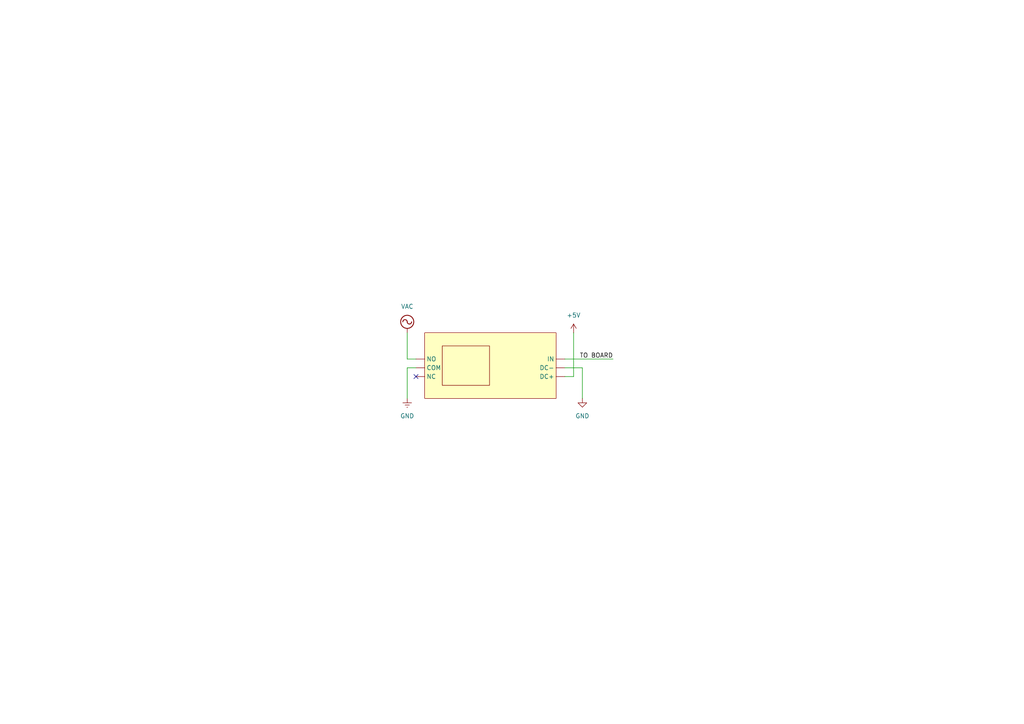
<source format=kicad_sch>
(kicad_sch (version 20231120) (generator "eeschema") (generator_version "8.0")
  (paper "A4")
  (lib_symbols
    (symbol "power:+5V" (power) (pin_numbers hide) (pin_names (offset 0) hide)
      (property "Value" "+5V" (at 0 3.556 0))
      (symbol "+5V_0_1"
        (polyline (pts (xy -0.762 1.27) (xy 0 2.54)))
        (polyline (pts (xy 0 0) (xy 0 2.54)))
        (polyline (pts (xy 0 2.54) (xy 0.762 1.27)))
      )
      (symbol "+5V_1_1"
        (pin power_in line (at 0 0 90) (length 0) (name "~") (number "1"))
      )
    )
    (symbol "power:Earth" (power) (pin_numbers hide) (pin_names (offset 0) hide)
      (property "Value" "Earth" (at 0 -3.81 0))
      (symbol "Earth_0_1"
        (polyline (pts (xy -0.635 -1.905) (xy 0.635 -1.905)))
        (polyline (pts (xy -0.127 -2.54) (xy 0.127 -2.54)))
        (polyline (pts (xy 0 -1.27) (xy 0 0)))
        (polyline (pts (xy 1.27 -1.27) (xy -1.27 -1.27)))
      )
      (symbol "Earth_1_1"
        (pin power_in line (at 0 0 270) (length 0) (name "~") (number "1"))
      )
    )
    (symbol "power:GND" (power) (pin_numbers hide) (pin_names (offset 0) hide)
      (property "Value" "GND" (at 0 -3.81 0))
      (symbol "GND_0_1"
        (polyline (pts (xy 0 0) (xy 0 -1.27) (xy 1.27 -1.27) (xy 0 -2.54) (xy -1.27 -1.27) (xy 0 -1.27)))
      )
      (symbol "GND_1_1"
        (pin power_in line (at 0 0 270) (length 0) (name "~") (number "1"))
      )
    )
    (symbol "power:VAC" (power) (pin_numbers hide) (pin_names (offset 0) hide)
      (property "Value" "VAC" (at 0 6.35 0))
      (symbol "VAC_0_1"
        (polyline (pts (xy 0 0) (xy 0 1.27)))
        (arc (start 0 3.175) (mid -0.635 3.8073) (end -1.27 3.175) (stroke (width 0.254)))
        (arc (start 0 3.175) (mid 0.635 2.5427) (end 1.27 3.175) (stroke (width 0.254)))
        (circle (center 0 3.175) (radius 1.905) (stroke (width 0.254)))
      )
      (symbol "VAC_1_1"
        (pin power_in line (at 0 0 90) (length 0) (name "~") (number "1"))
      )
    )
    (symbol "symbols:RelayBreakout"
      (property "Reference" "U" (at -0.254 21.844 0))
      (property "Value" "Relay breakout board" (at 0.254 -23.368 0))
      (symbol "RelayBreakout_0_0"
        (pin passive line (at -21.59 0 0) (length 2.54) (name "COM") (number ""))
        (pin power_in line (at 21.59 -2.54 180) (length 2.54) (name "DC+") (number ""))
        (pin passive line (at 21.59 0 180) (length 2.54) (name "DC-") (number ""))
        (pin input line (at 21.59 2.54 180) (length 2.54) (name "IN") (number ""))
        (pin power_out line (at -21.59 -2.54 0) (length 2.54) (name "NC") (number ""))
        (pin power_out line (at -21.59 2.54 0) (length 2.54) (name "NO") (number ""))
      )
      (symbol "RelayBreakout_1_1"
        (rectangle (start -19.05 10.16) (end 19.05 -8.89) (stroke (width 0.1524)) (fill (type background)))
        (rectangle (start -13.97 6.35) (end -0.254 -5.08))
      )
    )
  )
  (no_connect (at 120.65 109.22))
  (wire (pts (xy 163.83 104.14) (xy 177.8 104.14)))
  (wire (pts (xy 118.11 106.68) (xy 118.11 115.57)))
  (wire (pts (xy 168.91 106.68) (xy 168.91 115.57)))
  (wire (pts (xy 120.65 106.68) (xy 118.11 106.68)))
  (wire (pts (xy 118.11 96.52) (xy 118.11 104.14)))
  (wire (pts (xy 163.83 109.22) (xy 166.37 109.22)))
  (wire (pts (xy 163.83 106.68) (xy 168.91 106.68)))
  (wire (pts (xy 166.37 96.52) (xy 166.37 109.22)))
  (wire (pts (xy 120.65 104.14) (xy 118.11 104.14)))
  (label "TO BOARD" (at 177.8 104.14 180))
  (symbol (lib_id "power:Earth") (at 118.11 115.57 0) (unit 1)
    (property "Reference" "#PWR05" (effects (hide yes)))
    (property "Value" "GND" (at 118.11 120.65 0))
    (property "Description" "Power symbol creates a global label with name \"Earth\"" (effects (hide yes)))
  )
  (symbol (lib_id "symbols:RelayBreakout") (at 142.24 106.68 0) (unit 1)
    (property "Reference" "U1" (effects (hide yes)))
    (property "Value" "Relay breakout board" (effects (hide yes)))
  )
  (symbol (lib_id "power:VAC") (at 118.11 96.52 0) (unit 1)
    (property "Reference" "#PWR02" (effects (hide yes)))
    (property "Value" "VAC" (at 118.11 88.9 0))
    (property "Description" "Power symbol creates a global label with name \"VAC\"" (effects (hide yes)))
  )
  (symbol (lib_id "power:GND") (at 168.91 115.57 0) (unit 1)
    (property "Reference" "#PWR03" (effects (hide yes)))
    (property "Value" "GND" (at 168.91 120.65 0))
    (property "Description" "Power symbol creates a global label with name \"GND\" , ground" (effects (hide yes)))
  )
  (symbol (lib_id "power:+5V") (at 166.37 96.52 0) (unit 1)
    (property "Reference" "#PWR04" (effects (hide yes)))
    (property "Value" "+5V" (at 166.37 91.44 0))
    (property "Description" "Power symbol creates a global label with name \"+5V\"" (effects (hide yes)))
  )
)
</source>
